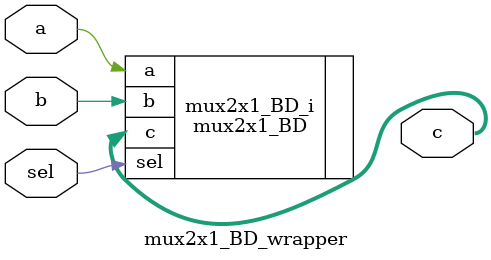
<source format=v>
`timescale 1 ps / 1 ps

module mux2x1_BD_wrapper
   (a,
    b,
    c,
    sel);
  input a;
  input b;
  output [7:0]c;
  input sel;

  wire a;
  wire b;
  wire [7:0]c;
  wire sel;

  mux2x1_BD mux2x1_BD_i
       (.a(a),
        .b(b),
        .c(c),
        .sel(sel));
endmodule

</source>
